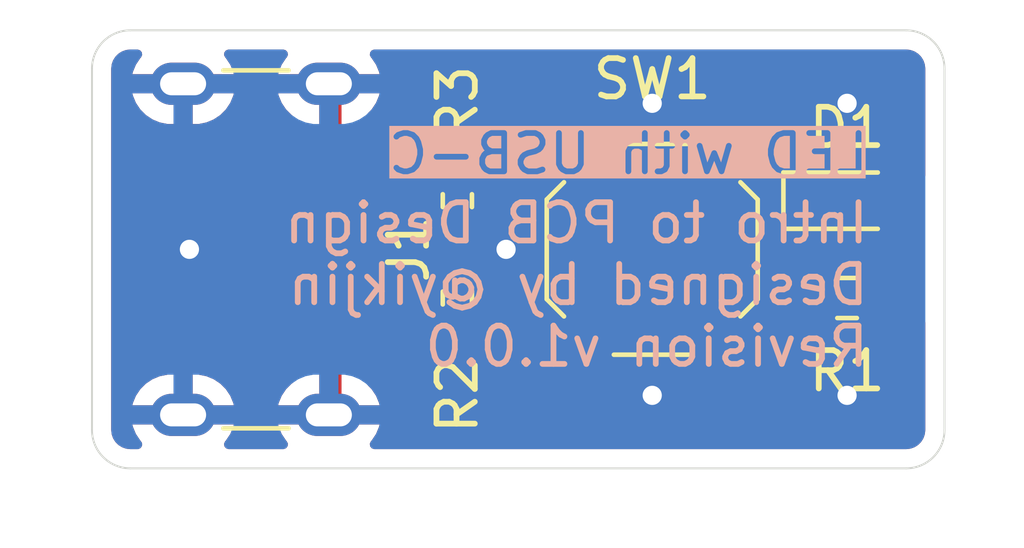
<source format=kicad_pcb>
(kicad_pcb (version 20241229) (generator "pcbnew") (generator_version "9.0")
  (title_block (title "LED with USB-C") (date "2026-02-04") (rev "v1.0.0") (company "NUS Hackers") (comment 1 "Hackerspace: Intro to PCB Design") (comment 2 "Licensed under CERN-OHL-P-2.0"))
  (layers (0 "F.Cu" mixed) (2 "B.Cu" power) (13 "F.Paste" user) (15 "B.Paste" user) (5 "F.SilkS" user "F.Silkscreen") (7 "B.SilkS" user "B.Silkscreen") (1 "F.Mask" user) (3 "B.Mask" user) (25 "Edge.Cuts" user))
  (net 0 "")
  (net 1 "GND")
  (net 2 "Net-(D1-A)")
  (net 3 "Net-(J1-VBUS-PadA9)")
  (net 4 "Net-(J1-CC1)")
  (net 5 "Net-(J1-CC2)")
  (net 6 "Net-(R1-Pad1)")
  (footprint "Resistor_SMD:R_0603_1608Metric_Pad0.98x0.95mm_HandSolder" (layer "F.Cu") (at 158.75 92.71)
    (property "Reference" "R1" (at 0 1.905 0) (layer "F.SilkS"))
    (property "Value" "150R")
    (fp_line (start -0.254724 -0.5225) (end 0.254724 -0.5225) (stroke (width 0.12)) (layer "F.SilkS"))
    (fp_line (start -0.254724 0.5225) (end 0.254724 0.5225) (stroke (width 0.12)) (layer "F.SilkS"))
    (pad "1" smd roundrect (at -0.9125 0) (size 0.975 0.95) (layers "F.Cu" "F.Mask" "F.Paste") (net 6 "Net-(R1-Pad1)"))
    (pad "2" smd roundrect (at 0.9125 0) (size 0.975 0.95) (layers "F.Cu" "F.Mask" "F.Paste") (net 2 "Net-(D1-A)"))
  )
  (footprint "Connector_USB:USB_C_Receptacle_GCT_USB4125-xx-x_6P_TopMnt_Horizontal" (layer "F.Cu") (at 142.24 91.44 -90)
    (property "Reference" "J1" (at 0 -5.08 90) (layer "F.SilkS"))
    (property "Value" "HX TYPE-C 6PIN")
    (fp_line (start -4.67 -0.25) (end -4.67 -1.95) (stroke (width 0.12)) (layer "F.SilkS"))
    (fp_line (start 4.67 -0.25) (end 4.67 -1.95) (stroke (width 0.12)) (layer "F.SilkS"))
    (pad "A5" smd roundrect (at -0.5 -3.08 270) (size 0.7 1.2) (layers "F.Cu" "F.Mask" "F.Paste") (net 4 "Net-(J1-CC1)"))
    (pad "A9" smd roundrect (at 1.52 -3.08 90) (size 0.76 1.2) (layers "F.Cu" "F.Mask" "F.Paste") (net 3 "Net-(J1-VBUS-PadA9)"))
    (pad "A12" smd roundrect (at 2.75 -3.08 90) (size 0.8 1.2) (layers "F.Cu" "F.Mask" "F.Paste") (net 1 "GND"))
    (pad "B5" smd roundrect (at 0.5 -3.08 90) (size 0.7 1.2) (layers "F.Cu" "F.Mask" "F.Paste") (net 5 "Net-(J1-CC2)"))
    (pad "B9" smd roundrect (at -1.52 -3.08 270) (size 0.76 1.2) (layers "F.Cu" "F.Mask" "F.Paste") (net 3 "Net-(J1-VBUS-PadA9)"))
    (pad "B12" smd roundrect (at -2.75 -3.08 270) (size 0.8 1.2) (layers "F.Cu" "F.Mask" "F.Paste") (net 1 "GND"))
    (pad "S1" thru_hole oval (at -4.32 -3 270) (size 1.1 1.7) (drill oval 0.6 1.2) (property pad_prop_heatsink) (layers "*.Cu" "*.Mask" "F.Paste") (net 1 "GND"))
    (pad "S1" thru_hole oval (at -4.32 0.8 270) (size 1.1 1.7) (drill oval 0.6 1.2) (property pad_prop_heatsink) (layers "*.Cu" "*.Mask" "F.Paste") (net 1 "GND"))
    (pad "S1" thru_hole oval (at 4.32 -3 270) (size 1.1 1.7) (drill oval 0.6 1.2) (property pad_prop_heatsink) (layers "*.Cu" "*.Mask" "F.Paste") (net 1 "GND"))
    (pad "S1" thru_hole oval (at 4.32 0.8 270) (size 1.1 1.7) (drill oval 0.6 1.2) (property pad_prop_heatsink) (layers "*.Cu" "*.Mask" "F.Paste") (net 1 "GND"))
  )
  (footprint "Resistor_SMD:R_0402_1005Metric_Pad0.72x0.64mm_HandSolder" (layer "F.Cu") (at 148.59 92.71 -90)
    (property "Reference" "R2" (at 2.54 0 90) (layer "F.SilkS"))
    (property "Value" "5k1")
    (fp_line (start -0.167621 0.38) (end 0.167621 0.38) (stroke (width 0.12)) (layer "F.SilkS"))
    (fp_line (start -0.167621 -0.38) (end 0.167621 -0.38) (stroke (width 0.12)) (layer "F.SilkS"))
    (pad "1" smd roundrect (at -0.5975 0 270) (size 0.715 0.64) (layers "F.Cu" "F.Mask" "F.Paste") (net 5 "Net-(J1-CC2)"))
    (pad "2" smd roundrect (at 0.5975 0 270) (size 0.715 0.64) (layers "F.Cu" "F.Mask" "F.Paste") (net 1 "GND"))
  )
  (footprint "LED_SMD:LED_0603_1608Metric_Pad1.05x0.95mm_HandSolder" (layer "F.Cu") (at 158.75 90.17)
    (property "Reference" "D1" (at 0 -1.905 0) (layer "F.SilkS"))
    (property "Value" "LED_RED")
    (fp_line (start -1.66 -0.735) (end -1.66 0.735) (stroke (width 0.12)) (layer "F.SilkS"))
    (fp_line (start -1.66 0.735) (end 0.8 0.735) (stroke (width 0.12)) (layer "F.SilkS"))
    (fp_line (start 0.8 -0.735) (end -1.66 -0.735) (stroke (width 0.12)) (layer "F.SilkS"))
    (pad "1" smd roundrect (at -0.875 0) (size 1.05 0.95) (layers "F.Cu" "F.Mask" "F.Paste") (net 1 "GND"))
    (pad "2" smd roundrect (at 0.875 0) (size 1.05 0.95) (layers "F.Cu" "F.Mask" "F.Paste") (net 2 "Net-(D1-A)"))
  )
  (footprint "usb_led:SW_Push_1P1T_XKB_TS-1187A" (layer "F.Cu") (at 153.67 91.44 90)
    (property "Reference" "SW1" (at 4.445 0 180) (layer "F.SilkS"))
    (property "Value" "BTN_ON")
    (fp_line (start -1.3 -2.75) (end 1.3 -2.75) (stroke (width 0.12)) (layer "F.SilkS"))
    (fp_line (start 1.75 -2.3) (end 1.3 -2.75) (stroke (width 0.12)) (layer "F.SilkS"))
    (fp_line (start -1.75 -2.3) (end -1.3 -2.75) (stroke (width 0.12)) (layer "F.SilkS"))
    (fp_line (start 2.75 -1) (end 2.75 1) (stroke (width 0.12)) (layer "F.SilkS"))
    (fp_line (start -2.75 -1) (end -2.75 1) (stroke (width 0.12)) (layer "F.SilkS"))
    (fp_line (start 1.75 2.3) (end 1.3 2.75) (stroke (width 0.12)) (layer "F.SilkS"))
    (fp_line (start -1.75 2.3) (end -1.3 2.75) (stroke (width 0.12)) (layer "F.SilkS"))
    (fp_line (start -1.3 2.75) (end 1.3 2.75) (stroke (width 0.12)) (layer "F.SilkS"))
    (pad "1" smd rect (at -3 -1.875 90) (size 1 0.75) (layers "F.Cu" "F.Mask" "F.Paste") (net 3 "Net-(J1-VBUS-PadA9)"))
    (pad "1" smd rect (at 3 -1.875 90) (size 1 0.75) (layers "F.Cu" "F.Mask" "F.Paste") (net 3 "Net-(J1-VBUS-PadA9)"))
    (pad "2" smd rect (at -3 1.875 90) (size 1 0.75) (layers "F.Cu" "F.Mask" "F.Paste") (net 6 "Net-(R1-Pad1)"))
    (pad "2" smd rect (at 3 1.875 90) (size 1 0.75) (layers "F.Cu" "F.Mask" "F.Paste") (net 6 "Net-(R1-Pad1)"))
  )
  (footprint "Resistor_SMD:R_0402_1005Metric_Pad0.72x0.64mm_HandSolder" (layer "F.Cu") (at 148.59 90.17 90)
    (property "Reference" "R3" (at 2.54 0 90) (layer "F.SilkS"))
    (property "Value" "5k1")
    (fp_line (start -0.167621 -0.38) (end 0.167621 -0.38) (stroke (width 0.12)) (layer "F.SilkS"))
    (fp_line (start -0.167621 0.38) (end 0.167621 0.38) (stroke (width 0.12)) (layer "F.SilkS"))
    (pad "1" smd roundrect (at -0.5975 0 90) (size 0.715 0.64) (layers "F.Cu" "F.Mask" "F.Paste") (net 4 "Net-(J1-CC1)"))
    (pad "2" smd roundrect (at 0.5975 0 90) (size 0.715 0.64) (layers "F.Cu" "F.Mask" "F.Paste") (net 1 "GND"))
  )
  (gr_line (start 161.29 86.725) (end 161.29 96.155) (stroke (width 0.05)) (layer "Edge.Cuts"))
  (gr_line (start 140.065 85.725) (end 160.29 85.725) (stroke (width 0.05)) (layer "Edge.Cuts"))
  (gr_line (start 160.29 97.155) (end 140.065 97.155) (stroke (width 0.05)) (layer "Edge.Cuts"))
  (gr_arc (start 160.29 85.725) (mid 160.997107 86.017893) (end 161.29 86.725) (stroke (width 0.05)) (layer "Edge.Cuts"))
  (gr_arc (start 140.065 97.155) (mid 139.357893 96.862107) (end 139.065 96.155) (stroke (width 0.05)) (layer "Edge.Cuts"))
  (gr_arc (start 139.065 86.725) (mid 139.357893 86.017893) (end 140.065 85.725) (stroke (width 0.05)) (layer "Edge.Cuts"))
  (gr_arc (start 161.29 96.155) (mid 160.997107 96.862107) (end 160.29 97.155) (stroke (width 0.05)) (layer "Edge.Cuts"))
  (gr_line (start 139.065 96.155) (end 139.065 86.725) (stroke (width 0.05)) (layer "Edge.Cuts"))
  (gr_text "LED with USB-C" (at 159.385 89.535 0) (layer "B.SilkS" knockout) (effects (font (size 1 1)) (justify left bottom mirror)))
  (gr_text "Intro to PCB Design\nDesigned by @yikjin\nRevision v1.0.0" (at 159.385 90.17 0) (layer "B.SilkS") (effects (font (size 1 1)) (justify left top mirror)))
  (segment (start 149.86 92.71) (end 149.86 91.44) (width 0.5) (layer "F.Cu") (net 1))
  (segment (start 145.32 88.69) (end 145.32 87.2) (width 0.5) (layer "F.Cu") (net 1))
  (segment (start 148.947499 93.345) (end 149.225 93.345) (width 0.5) (layer "F.Cu") (net 1))
  (segment (start 145.32 95.68) (end 145.24 95.76) (width 0.5) (layer "F.Cu") (net 1))
  (segment (start 149.86 90.17) (end 149.86 91.44) (width 0.5) (layer "F.Cu") (net 1))
  (segment (start 145.32 94.19) (end 145.32 95.68) (width 0.5) (layer "F.Cu") (net 1))
  (segment (start 148.59 89.5725) (end 149.2625 89.5725) (width 0.5) (layer "F.Cu") (net 1))
  (segment (start 149.2625 89.5725) (end 149.86 90.17) (width 0.5) (layer "F.Cu") (net 1))
  (segment (start 157.875 88.505) (end 158.75 87.63) (width 0.5) (layer "F.Cu") (net 1))
  (segment (start 145.32 87.2) (end 145.24 87.12) (width 0.5) (layer "F.Cu") (net 1))
  (segment (start 148.59 93.3075) (end 148.909999 93.3075) (width 0.5) (layer "F.Cu") (net 1))
  (segment (start 148.909999 93.3075) (end 148.947499 93.345) (width 0.5) (layer "F.Cu") (net 1))
  (segment (start 157.875 90.17) (end 157.875 88.505) (width 0.5) (layer "F.Cu") (net 1))
  (segment (start 149.225 93.345) (end 149.86 92.71) (width 0.5) (layer "F.Cu") (net 1))
  (via (at 153.67 87.63) (size 1) (drill 0.5) (layers "F.Cu" "B.Cu") (net 1))
  (via (at 153.67 95.25) (size 1) (drill 0.5) (layers "F.Cu" "B.Cu") (net 1))
  (via (at 141.605 91.44) (size 1) (drill 0.5) (layers "F.Cu" "B.Cu") (net 1))
  (via (at 158.75 95.25) (size 1) (drill 0.5) (layers "F.Cu" "B.Cu") (net 1))
  (via (at 158.75 87.63) (size 1) (drill 0.5) (layers "F.Cu" "B.Cu") (net 1))
  (via (at 149.86 91.44) (size 1) (drill 0.5) (layers "F.Cu" "B.Cu") (net 1))
  (segment (start 159.6625 90.2075) (end 159.625 90.17) (width 0.5) (layer "F.Cu") (net 2))
  (segment (start 159.6625 92.71) (end 159.6625 90.2075) (width 0.5) (layer "F.Cu") (net 2))
  (segment (start 146.3 89.92) (end 147.78 88.44) (width 0.5) (layer "F.Cu") (net 3))
  (segment (start 147.820741 94.44) (end 151.795 94.44) (width 0.5) (layer "F.Cu") (net 3))
  (segment (start 145.32 89.92) (end 146.3 89.92) (width 0.5) (layer "F.Cu") (net 3))
  (segment (start 145.32 92.96) (end 146.340741 92.96) (width 0.5) (layer "F.Cu") (net 3))
  (segment (start 146.340741 92.96) (end 147.820741 94.44) (width 0.5) (layer "F.Cu") (net 3))
  (segment (start 147.78 88.44) (end 151.795 88.44) (width 0.5) (layer "F.Cu") (net 3))
  (segment (start 151.795 88.44) (end 151.795 94.44) (width 0.5) (layer "F.Cu") (net 3))
  (segment (start 145.32 90.94) (end 148.4175 90.94) (width 0.5) (layer "F.Cu") (net 4))
  (segment (start 148.4175 90.94) (end 148.59 90.7675) (width 0.5) (layer "F.Cu") (net 4))
  (segment (start 148.4175 91.94) (end 148.59 92.1125) (width 0.5) (layer "F.Cu") (net 5))
  (segment (start 145.32 91.94) (end 148.4175 91.94) (width 0.5) (layer "F.Cu") (net 5))
  (segment (start 155.545 88.44) (end 155.545 90.4175) (width 0.5) (layer "F.Cu") (net 6))
  (segment (start 155.545 90.4175) (end 157.8375 92.71) (width 0.5) (layer "F.Cu") (net 6))
  (segment (start 155.545 94.44) (end 156.1075 94.44) (width 0.5) (layer "F.Cu") (net 6))
  (segment (start 156.1075 94.44) (end 157.8375 92.71) (width 0.5) (layer "F.Cu") (net 6))
  (zone (net 0) (net_name "") (layer "F.Cu") (name "No GND fill") (connect_pads (clearance 0)) (min_thickness 0.25)
    (keepout (tracks allowed) (vias allowed) (pads allowed) (copperpour not_allowed) (footprints allowed))
    (fill (thermal_gap 0.5) (thermal_bridge_width 0.5))
    (polygon (pts (xy 156.845 90.805) (xy 159.385 90.805) (xy 159.385 92.075) (xy 156.845 92.075)))
  )
  (zone (net 1) (net_name "GND") (layers "F.Cu" "B.Cu") (name "GND fill") (connect_pads (clearance 0.5)) (min_thickness 0.25) (fill yes (thermal_gap 0.5) (thermal_bridge_width 0.5))
    (polygon (pts (xy 139.065 85.725) (xy 161.29 85.725) (xy 161.29 97.155) (xy 139.065 97.155)))
  )
)
</source>
